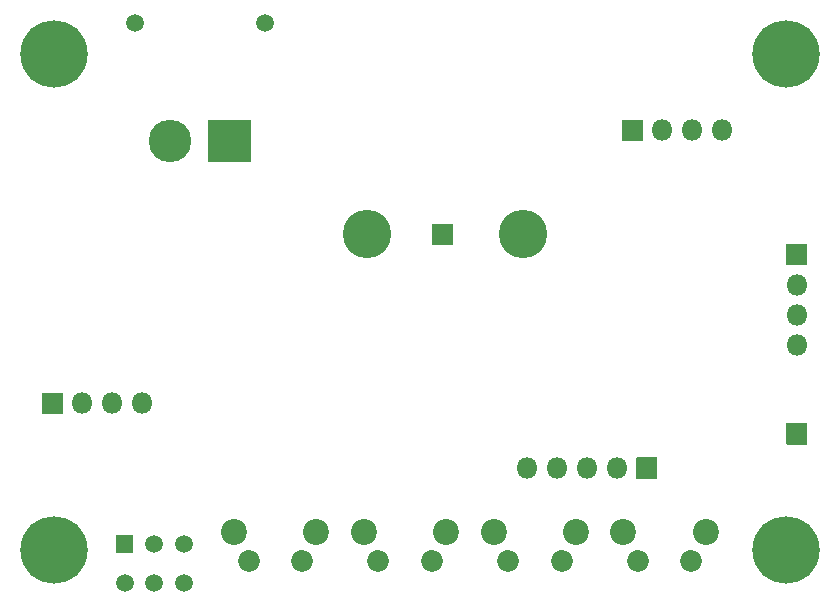
<source format=gbs>
G04 #@! TF.GenerationSoftware,KiCad,Pcbnew,5.1.10*
G04 #@! TF.CreationDate,2021-08-08T14:06:15+01:00*
G04 #@! TF.ProjectId,JBC controller,4a424320-636f-46e7-9472-6f6c6c65722e,rev?*
G04 #@! TF.SameCoordinates,Original*
G04 #@! TF.FileFunction,Soldermask,Bot*
G04 #@! TF.FilePolarity,Negative*
%FSLAX46Y46*%
G04 Gerber Fmt 4.6, Leading zero omitted, Abs format (unit mm)*
G04 Created by KiCad (PCBNEW 5.1.10) date 2021-08-08 14:06:15*
%MOMM*%
%LPD*%
G01*
G04 APERTURE LIST*
%ADD10C,1.500000*%
%ADD11O,1.800000X1.800000*%
%ADD12C,5.700000*%
%ADD13C,2.200000*%
%ADD14C,1.850000*%
%ADD15C,4.100000*%
%ADD16C,3.600000*%
G04 APERTURE END LIST*
D10*
X98000000Y-122800000D03*
X95500000Y-122800000D03*
X93000000Y-122800000D03*
X98000000Y-119500000D03*
X95500000Y-119500000D03*
G36*
G01*
X92250000Y-120200000D02*
X92250000Y-118800000D01*
G75*
G02*
X92300000Y-118750000I50000J0D01*
G01*
X93700000Y-118750000D01*
G75*
G02*
X93750000Y-118800000I0J-50000D01*
G01*
X93750000Y-120200000D01*
G75*
G02*
X93700000Y-120250000I-50000J0D01*
G01*
X92300000Y-120250000D01*
G75*
G02*
X92250000Y-120200000I0J50000D01*
G01*
G37*
G36*
G01*
X87750000Y-108500000D02*
X86050000Y-108500000D01*
G75*
G02*
X86000000Y-108450000I0J50000D01*
G01*
X86000000Y-106750000D01*
G75*
G02*
X86050000Y-106700000I50000J0D01*
G01*
X87750000Y-106700000D01*
G75*
G02*
X87800000Y-106750000I0J-50000D01*
G01*
X87800000Y-108450000D01*
G75*
G02*
X87750000Y-108500000I-50000J0D01*
G01*
G37*
D11*
X89440000Y-107600000D03*
X91980000Y-107600000D03*
X94520000Y-107600000D03*
D12*
X87000000Y-78000000D03*
X149000000Y-78000000D03*
X149000000Y-120000000D03*
X87000000Y-120000000D03*
D13*
X120250000Y-118510000D03*
D14*
X119000000Y-121000000D03*
X114500000Y-121000000D03*
D13*
X113240000Y-118510000D03*
X142250000Y-118510000D03*
D14*
X141000000Y-121000000D03*
X136500000Y-121000000D03*
D13*
X135240000Y-118510000D03*
X131250000Y-118510000D03*
D14*
X130000000Y-121000000D03*
X125500000Y-121000000D03*
D13*
X124240000Y-118510000D03*
X109250000Y-118510000D03*
D14*
X108000000Y-121000000D03*
X103500000Y-121000000D03*
D13*
X102240000Y-118510000D03*
G36*
G01*
X136850000Y-85400000D02*
X135150000Y-85400000D01*
G75*
G02*
X135100000Y-85350000I0J50000D01*
G01*
X135100000Y-83650000D01*
G75*
G02*
X135150000Y-83600000I50000J0D01*
G01*
X136850000Y-83600000D01*
G75*
G02*
X136900000Y-83650000I0J-50000D01*
G01*
X136900000Y-85350000D01*
G75*
G02*
X136850000Y-85400000I-50000J0D01*
G01*
G37*
D11*
X138540000Y-84500000D03*
X141080000Y-84500000D03*
X143620000Y-84500000D03*
X149900000Y-102640000D03*
X149900000Y-100100000D03*
X149900000Y-97560000D03*
G36*
G01*
X149000000Y-95870000D02*
X149000000Y-94170000D01*
G75*
G02*
X149050000Y-94120000I50000J0D01*
G01*
X150750000Y-94120000D01*
G75*
G02*
X150800000Y-94170000I0J-50000D01*
G01*
X150800000Y-95870000D01*
G75*
G02*
X150750000Y-95920000I-50000J0D01*
G01*
X149050000Y-95920000D01*
G75*
G02*
X149000000Y-95870000I0J50000D01*
G01*
G37*
D15*
X126700000Y-93300000D03*
X113500000Y-93300000D03*
D10*
X104890000Y-75400000D03*
X93890000Y-75400000D03*
G36*
G01*
X100090000Y-87150000D02*
X100090000Y-83650000D01*
G75*
G02*
X100140000Y-83600000I50000J0D01*
G01*
X103640000Y-83600000D01*
G75*
G02*
X103690000Y-83650000I0J-50000D01*
G01*
X103690000Y-87150000D01*
G75*
G02*
X103640000Y-87200000I-50000J0D01*
G01*
X100140000Y-87200000D01*
G75*
G02*
X100090000Y-87150000I0J50000D01*
G01*
G37*
D16*
X96890000Y-85400000D03*
G36*
G01*
X119000000Y-94150000D02*
X119000000Y-92450000D01*
G75*
G02*
X119050000Y-92400000I50000J0D01*
G01*
X120750000Y-92400000D01*
G75*
G02*
X120800000Y-92450000I0J-50000D01*
G01*
X120800000Y-94150000D01*
G75*
G02*
X120750000Y-94200000I-50000J0D01*
G01*
X119050000Y-94200000D01*
G75*
G02*
X119000000Y-94150000I0J50000D01*
G01*
G37*
G36*
G01*
X136350000Y-112200000D02*
X138050000Y-112200000D01*
G75*
G02*
X138100000Y-112250000I0J-50000D01*
G01*
X138100000Y-113950000D01*
G75*
G02*
X138050000Y-114000000I-50000J0D01*
G01*
X136350000Y-114000000D01*
G75*
G02*
X136300000Y-113950000I0J50000D01*
G01*
X136300000Y-112250000D01*
G75*
G02*
X136350000Y-112200000I50000J0D01*
G01*
G37*
D11*
X134660000Y-113100000D03*
X132120000Y-113100000D03*
X129580000Y-113100000D03*
X127040000Y-113100000D03*
G36*
G01*
X149000000Y-111050000D02*
X149000000Y-109350000D01*
G75*
G02*
X149050000Y-109300000I50000J0D01*
G01*
X150750000Y-109300000D01*
G75*
G02*
X150800000Y-109350000I0J-50000D01*
G01*
X150800000Y-111050000D01*
G75*
G02*
X150750000Y-111100000I-50000J0D01*
G01*
X149050000Y-111100000D01*
G75*
G02*
X149000000Y-111050000I0J50000D01*
G01*
G37*
M02*

</source>
